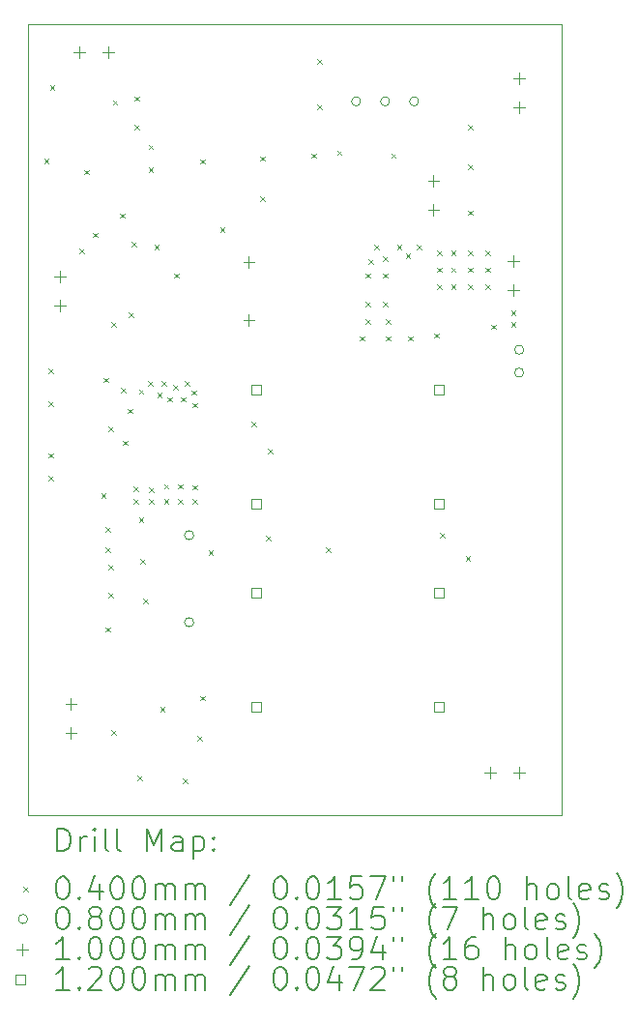
<source format=gbr>
%TF.GenerationSoftware,KiCad,Pcbnew,7.0.10*%
%TF.CreationDate,2024-04-06T15:54:39-07:00*%
%TF.ProjectId,powerAmp,706f7765-7241-46d7-902e-6b696361645f,rev?*%
%TF.SameCoordinates,Original*%
%TF.FileFunction,Drillmap*%
%TF.FilePolarity,Positive*%
%FSLAX45Y45*%
G04 Gerber Fmt 4.5, Leading zero omitted, Abs format (unit mm)*
G04 Created by KiCad (PCBNEW 7.0.10) date 2024-04-06 15:54:39*
%MOMM*%
%LPD*%
G01*
G04 APERTURE LIST*
%ADD10C,0.100000*%
%ADD11C,0.200000*%
%ADD12C,0.120000*%
G04 APERTURE END LIST*
D10*
X6540500Y-6600500D02*
X11215500Y-6600500D01*
X11215500Y-13525500D01*
X6540500Y-13525500D01*
X6540500Y-6600500D01*
D11*
D10*
X6680500Y-7775500D02*
X6720500Y-7815500D01*
X6720500Y-7775500D02*
X6680500Y-7815500D01*
X6720500Y-9615500D02*
X6760500Y-9655500D01*
X6760500Y-9615500D02*
X6720500Y-9655500D01*
X6720500Y-9905500D02*
X6760500Y-9945500D01*
X6760500Y-9905500D02*
X6720500Y-9945500D01*
X6720500Y-10355500D02*
X6760500Y-10395500D01*
X6760500Y-10355500D02*
X6720500Y-10395500D01*
X6720500Y-10555500D02*
X6760500Y-10595500D01*
X6760500Y-10555500D02*
X6720500Y-10595500D01*
X6730500Y-7135500D02*
X6770500Y-7175500D01*
X6770500Y-7135500D02*
X6730500Y-7175500D01*
X6990500Y-8565500D02*
X7030500Y-8605500D01*
X7030500Y-8565500D02*
X6990500Y-8605500D01*
X7030500Y-7875500D02*
X7070500Y-7915500D01*
X7070500Y-7875500D02*
X7030500Y-7915500D01*
X7110500Y-8425500D02*
X7150500Y-8465500D01*
X7150500Y-8425500D02*
X7110500Y-8465500D01*
X7180500Y-10705500D02*
X7220500Y-10745500D01*
X7220500Y-10705500D02*
X7180500Y-10745500D01*
X7200500Y-9695500D02*
X7240500Y-9735500D01*
X7240500Y-9695500D02*
X7200500Y-9735500D01*
X7220500Y-11005500D02*
X7260500Y-11045500D01*
X7260500Y-11005500D02*
X7220500Y-11045500D01*
X7220500Y-11180500D02*
X7260500Y-11220500D01*
X7260500Y-11180500D02*
X7220500Y-11220500D01*
X7220500Y-11880500D02*
X7260500Y-11920500D01*
X7260500Y-11880500D02*
X7220500Y-11920500D01*
X7240500Y-10125500D02*
X7280500Y-10165500D01*
X7280500Y-10125500D02*
X7240500Y-10165500D01*
X7245500Y-11330500D02*
X7285500Y-11370500D01*
X7285500Y-11330500D02*
X7245500Y-11370500D01*
X7245500Y-11580500D02*
X7285500Y-11620500D01*
X7285500Y-11580500D02*
X7245500Y-11620500D01*
X7270500Y-9205500D02*
X7310500Y-9245500D01*
X7310500Y-9205500D02*
X7270500Y-9245500D01*
X7270500Y-12780500D02*
X7310500Y-12820500D01*
X7310500Y-12780500D02*
X7270500Y-12820500D01*
X7280500Y-7265500D02*
X7320500Y-7305500D01*
X7320500Y-7265500D02*
X7280500Y-7305500D01*
X7345500Y-8255500D02*
X7385500Y-8295500D01*
X7385500Y-8255500D02*
X7345500Y-8295500D01*
X7350500Y-9785500D02*
X7390500Y-9825500D01*
X7390500Y-9785500D02*
X7350500Y-9825500D01*
X7370500Y-10245500D02*
X7410500Y-10285500D01*
X7410500Y-10245500D02*
X7370500Y-10285500D01*
X7410500Y-9965500D02*
X7450500Y-10005500D01*
X7450500Y-9965500D02*
X7410500Y-10005500D01*
X7420500Y-9125500D02*
X7460500Y-9165500D01*
X7460500Y-9125500D02*
X7420500Y-9165500D01*
X7445500Y-8505500D02*
X7485500Y-8545500D01*
X7485500Y-8505500D02*
X7445500Y-8545500D01*
X7460500Y-10645500D02*
X7500500Y-10685500D01*
X7500500Y-10645500D02*
X7460500Y-10685500D01*
X7460500Y-10755500D02*
X7500500Y-10795500D01*
X7500500Y-10755500D02*
X7460500Y-10795500D01*
X7470500Y-7230500D02*
X7510500Y-7270500D01*
X7510500Y-7230500D02*
X7470500Y-7270500D01*
X7470500Y-7480500D02*
X7510500Y-7520500D01*
X7510500Y-7480500D02*
X7470500Y-7520500D01*
X7495500Y-13180500D02*
X7535500Y-13220500D01*
X7535500Y-13180500D02*
X7495500Y-13220500D01*
X7510500Y-9795500D02*
X7550500Y-9835500D01*
X7550500Y-9795500D02*
X7510500Y-9835500D01*
X7510500Y-10915500D02*
X7550500Y-10955500D01*
X7550500Y-10915500D02*
X7510500Y-10955500D01*
X7520500Y-11280500D02*
X7560500Y-11320500D01*
X7560500Y-11280500D02*
X7520500Y-11320500D01*
X7545500Y-11630500D02*
X7585500Y-11670500D01*
X7585500Y-11630500D02*
X7545500Y-11670500D01*
X7590500Y-9725500D02*
X7630500Y-9765500D01*
X7630500Y-9725500D02*
X7590500Y-9765500D01*
X7595500Y-7655500D02*
X7635500Y-7695500D01*
X7635500Y-7655500D02*
X7595500Y-7695500D01*
X7595500Y-7855500D02*
X7635500Y-7895500D01*
X7635500Y-7855500D02*
X7595500Y-7895500D01*
X7600500Y-10655500D02*
X7640500Y-10695500D01*
X7640500Y-10655500D02*
X7600500Y-10695500D01*
X7600500Y-10755500D02*
X7640500Y-10795500D01*
X7640500Y-10755500D02*
X7600500Y-10795500D01*
X7645500Y-8530500D02*
X7685500Y-8570500D01*
X7685500Y-8530500D02*
X7645500Y-8570500D01*
X7670500Y-9825500D02*
X7710500Y-9865500D01*
X7710500Y-9825500D02*
X7670500Y-9865500D01*
X7695500Y-12580500D02*
X7735500Y-12620500D01*
X7735500Y-12580500D02*
X7695500Y-12620500D01*
X7710500Y-9725500D02*
X7750500Y-9765500D01*
X7750500Y-9725500D02*
X7710500Y-9765500D01*
X7730500Y-10625500D02*
X7770500Y-10665500D01*
X7770500Y-10625500D02*
X7730500Y-10665500D01*
X7730500Y-10755500D02*
X7770500Y-10795500D01*
X7770500Y-10755500D02*
X7730500Y-10795500D01*
X7760500Y-9865500D02*
X7800500Y-9905500D01*
X7800500Y-9865500D02*
X7760500Y-9905500D01*
X7810500Y-9755500D02*
X7850500Y-9795500D01*
X7850500Y-9755500D02*
X7810500Y-9795500D01*
X7820500Y-8780500D02*
X7860500Y-8820500D01*
X7860500Y-8780500D02*
X7820500Y-8820500D01*
X7850500Y-10625500D02*
X7890500Y-10665500D01*
X7890500Y-10625500D02*
X7850500Y-10665500D01*
X7850500Y-10755500D02*
X7890500Y-10795500D01*
X7890500Y-10755500D02*
X7850500Y-10795500D01*
X7880500Y-9865500D02*
X7920500Y-9905500D01*
X7920500Y-9865500D02*
X7880500Y-9905500D01*
X7895500Y-13205500D02*
X7935500Y-13245500D01*
X7935500Y-13205500D02*
X7895500Y-13245500D01*
X7910500Y-9725500D02*
X7950500Y-9765500D01*
X7950500Y-9725500D02*
X7910500Y-9765500D01*
X7970500Y-9805500D02*
X8010500Y-9845500D01*
X8010500Y-9805500D02*
X7970500Y-9845500D01*
X7980500Y-9915500D02*
X8020500Y-9955500D01*
X8020500Y-9915500D02*
X7980500Y-9955500D01*
X7980500Y-10635500D02*
X8020500Y-10675500D01*
X8020500Y-10635500D02*
X7980500Y-10675500D01*
X7980500Y-10755500D02*
X8020500Y-10795500D01*
X8020500Y-10755500D02*
X7980500Y-10795500D01*
X8020500Y-12830500D02*
X8060500Y-12870500D01*
X8060500Y-12830500D02*
X8020500Y-12870500D01*
X8045500Y-7780500D02*
X8085500Y-7820500D01*
X8085500Y-7780500D02*
X8045500Y-7820500D01*
X8045500Y-12480500D02*
X8085500Y-12520500D01*
X8085500Y-12480500D02*
X8045500Y-12520500D01*
X8120500Y-11205500D02*
X8160500Y-11245500D01*
X8160500Y-11205500D02*
X8120500Y-11245500D01*
X8220500Y-8380500D02*
X8260500Y-8420500D01*
X8260500Y-8380500D02*
X8220500Y-8420500D01*
X8495500Y-10080500D02*
X8535500Y-10120500D01*
X8535500Y-10080500D02*
X8495500Y-10120500D01*
X8570500Y-7755500D02*
X8610500Y-7795500D01*
X8610500Y-7755500D02*
X8570500Y-7795500D01*
X8570500Y-8105500D02*
X8610500Y-8145500D01*
X8610500Y-8105500D02*
X8570500Y-8145500D01*
X8620500Y-11080500D02*
X8660500Y-11120500D01*
X8660500Y-11080500D02*
X8620500Y-11120500D01*
X8640500Y-10315500D02*
X8680500Y-10355500D01*
X8680500Y-10315500D02*
X8640500Y-10355500D01*
X9020500Y-7730500D02*
X9060500Y-7770500D01*
X9060500Y-7730500D02*
X9020500Y-7770500D01*
X9070500Y-6905500D02*
X9110500Y-6945500D01*
X9110500Y-6905500D02*
X9070500Y-6945500D01*
X9070500Y-7305500D02*
X9110500Y-7345500D01*
X9110500Y-7305500D02*
X9070500Y-7345500D01*
X9145500Y-11180500D02*
X9185500Y-11220500D01*
X9185500Y-11180500D02*
X9145500Y-11220500D01*
X9245500Y-7705500D02*
X9285500Y-7745500D01*
X9285500Y-7705500D02*
X9245500Y-7745500D01*
X9445500Y-9330500D02*
X9485500Y-9370500D01*
X9485500Y-9330500D02*
X9445500Y-9370500D01*
X9495500Y-8780500D02*
X9535500Y-8820500D01*
X9535500Y-8780500D02*
X9495500Y-8820500D01*
X9495500Y-9030500D02*
X9535500Y-9070500D01*
X9535500Y-9030500D02*
X9495500Y-9070500D01*
X9495500Y-9180500D02*
X9535500Y-9220500D01*
X9535500Y-9180500D02*
X9495500Y-9220500D01*
X9520500Y-8655500D02*
X9560500Y-8695500D01*
X9560500Y-8655500D02*
X9520500Y-8695500D01*
X9570500Y-8530500D02*
X9610500Y-8570500D01*
X9610500Y-8530500D02*
X9570500Y-8570500D01*
X9645500Y-8630500D02*
X9685500Y-8670500D01*
X9685500Y-8630500D02*
X9645500Y-8670500D01*
X9645500Y-8780500D02*
X9685500Y-8820500D01*
X9685500Y-8780500D02*
X9645500Y-8820500D01*
X9645500Y-9030500D02*
X9685500Y-9070500D01*
X9685500Y-9030500D02*
X9645500Y-9070500D01*
X9670500Y-9180500D02*
X9710500Y-9220500D01*
X9710500Y-9180500D02*
X9670500Y-9220500D01*
X9670500Y-9330500D02*
X9710500Y-9370500D01*
X9710500Y-9330500D02*
X9670500Y-9370500D01*
X9720500Y-7730500D02*
X9760500Y-7770500D01*
X9760500Y-7730500D02*
X9720500Y-7770500D01*
X9770500Y-8530500D02*
X9810500Y-8570500D01*
X9810500Y-8530500D02*
X9770500Y-8570500D01*
X9845500Y-8605500D02*
X9885500Y-8645500D01*
X9885500Y-8605500D02*
X9845500Y-8645500D01*
X9870500Y-9330500D02*
X9910500Y-9370500D01*
X9910500Y-9330500D02*
X9870500Y-9370500D01*
X9945500Y-8530500D02*
X9985500Y-8570500D01*
X9985500Y-8530500D02*
X9945500Y-8570500D01*
X10095500Y-9305500D02*
X10135500Y-9345500D01*
X10135500Y-9305500D02*
X10095500Y-9345500D01*
X10120500Y-8580500D02*
X10160500Y-8620500D01*
X10160500Y-8580500D02*
X10120500Y-8620500D01*
X10120500Y-8730500D02*
X10160500Y-8770500D01*
X10160500Y-8730500D02*
X10120500Y-8770500D01*
X10120500Y-8880500D02*
X10160500Y-8920500D01*
X10160500Y-8880500D02*
X10120500Y-8920500D01*
X10145500Y-11055500D02*
X10185500Y-11095500D01*
X10185500Y-11055500D02*
X10145500Y-11095500D01*
X10245500Y-8580500D02*
X10285500Y-8620500D01*
X10285500Y-8580500D02*
X10245500Y-8620500D01*
X10245500Y-8730500D02*
X10285500Y-8770500D01*
X10285500Y-8730500D02*
X10245500Y-8770500D01*
X10245500Y-8880500D02*
X10285500Y-8920500D01*
X10285500Y-8880500D02*
X10245500Y-8920500D01*
X10370500Y-11255500D02*
X10410500Y-11295500D01*
X10410500Y-11255500D02*
X10370500Y-11295500D01*
X10395500Y-7480500D02*
X10435500Y-7520500D01*
X10435500Y-7480500D02*
X10395500Y-7520500D01*
X10395500Y-7830500D02*
X10435500Y-7870500D01*
X10435500Y-7830500D02*
X10395500Y-7870500D01*
X10395500Y-8230500D02*
X10435500Y-8270500D01*
X10435500Y-8230500D02*
X10395500Y-8270500D01*
X10395500Y-8580500D02*
X10435500Y-8620500D01*
X10435500Y-8580500D02*
X10395500Y-8620500D01*
X10395500Y-8730500D02*
X10435500Y-8770500D01*
X10435500Y-8730500D02*
X10395500Y-8770500D01*
X10395500Y-8880500D02*
X10435500Y-8920500D01*
X10435500Y-8880500D02*
X10395500Y-8920500D01*
X10545500Y-8580500D02*
X10585500Y-8620500D01*
X10585500Y-8580500D02*
X10545500Y-8620500D01*
X10545500Y-8730500D02*
X10585500Y-8770500D01*
X10585500Y-8730500D02*
X10545500Y-8770500D01*
X10545500Y-8880500D02*
X10585500Y-8920500D01*
X10585500Y-8880500D02*
X10545500Y-8920500D01*
X10595500Y-9230500D02*
X10635500Y-9270500D01*
X10635500Y-9230500D02*
X10595500Y-9270500D01*
X10770500Y-9105500D02*
X10810500Y-9145500D01*
X10810500Y-9105500D02*
X10770500Y-9145500D01*
X10770500Y-9205500D02*
X10810500Y-9245500D01*
X10810500Y-9205500D02*
X10770500Y-9245500D01*
X7990500Y-11074500D02*
G75*
G03*
X7910500Y-11074500I-40000J0D01*
G01*
X7910500Y-11074500D02*
G75*
G03*
X7990500Y-11074500I40000J0D01*
G01*
X7990500Y-11836500D02*
G75*
G03*
X7910500Y-11836500I-40000J0D01*
G01*
X7910500Y-11836500D02*
G75*
G03*
X7990500Y-11836500I40000J0D01*
G01*
X9452500Y-7275500D02*
G75*
G03*
X9372500Y-7275500I-40000J0D01*
G01*
X9372500Y-7275500D02*
G75*
G03*
X9452500Y-7275500I40000J0D01*
G01*
X9706500Y-7275500D02*
G75*
G03*
X9626500Y-7275500I-40000J0D01*
G01*
X9626500Y-7275500D02*
G75*
G03*
X9706500Y-7275500I40000J0D01*
G01*
X9960500Y-7275500D02*
G75*
G03*
X9880500Y-7275500I-40000J0D01*
G01*
X9880500Y-7275500D02*
G75*
G03*
X9960500Y-7275500I40000J0D01*
G01*
X10880500Y-9450500D02*
G75*
G03*
X10800500Y-9450500I-40000J0D01*
G01*
X10800500Y-9450500D02*
G75*
G03*
X10880500Y-9450500I40000J0D01*
G01*
X10880500Y-9650500D02*
G75*
G03*
X10800500Y-9650500I-40000J0D01*
G01*
X10800500Y-9650500D02*
G75*
G03*
X10880500Y-9650500I40000J0D01*
G01*
X6820500Y-8759000D02*
X6820500Y-8859000D01*
X6770500Y-8809000D02*
X6870500Y-8809000D01*
X6820500Y-9013000D02*
X6820500Y-9113000D01*
X6770500Y-9063000D02*
X6870500Y-9063000D01*
X6915500Y-12500500D02*
X6915500Y-12600500D01*
X6865500Y-12550500D02*
X6965500Y-12550500D01*
X6915500Y-12754500D02*
X6915500Y-12854500D01*
X6865500Y-12804500D02*
X6965500Y-12804500D01*
X6990500Y-6795500D02*
X6990500Y-6895500D01*
X6940500Y-6845500D02*
X7040500Y-6845500D01*
X7244500Y-6795500D02*
X7244500Y-6895500D01*
X7194500Y-6845500D02*
X7294500Y-6845500D01*
X8473440Y-8634260D02*
X8473440Y-8734260D01*
X8423440Y-8684260D02*
X8523440Y-8684260D01*
X8473440Y-9142260D02*
X8473440Y-9242260D01*
X8423440Y-9192260D02*
X8523440Y-9192260D01*
X10090500Y-7923000D02*
X10090500Y-8023000D01*
X10040500Y-7973000D02*
X10140500Y-7973000D01*
X10090500Y-8177000D02*
X10090500Y-8277000D01*
X10040500Y-8227000D02*
X10140500Y-8227000D01*
X10588000Y-13100500D02*
X10588000Y-13200500D01*
X10538000Y-13150500D02*
X10638000Y-13150500D01*
X10790500Y-8624000D02*
X10790500Y-8724000D01*
X10740500Y-8674000D02*
X10840500Y-8674000D01*
X10790500Y-8878000D02*
X10790500Y-8978000D01*
X10740500Y-8928000D02*
X10840500Y-8928000D01*
X10840500Y-7023000D02*
X10840500Y-7123000D01*
X10790500Y-7073000D02*
X10890500Y-7073000D01*
X10840500Y-7277000D02*
X10840500Y-7377000D01*
X10790500Y-7327000D02*
X10890500Y-7327000D01*
X10842000Y-13100500D02*
X10842000Y-13200500D01*
X10792000Y-13150500D02*
X10892000Y-13150500D01*
D12*
X8582927Y-9842927D02*
X8582927Y-9758073D01*
X8498073Y-9758073D01*
X8498073Y-9842927D01*
X8582927Y-9842927D01*
X8582927Y-10842927D02*
X8582927Y-10758073D01*
X8498073Y-10758073D01*
X8498073Y-10842927D01*
X8582927Y-10842927D01*
X8582927Y-11617927D02*
X8582927Y-11533073D01*
X8498073Y-11533073D01*
X8498073Y-11617927D01*
X8582927Y-11617927D01*
X8582927Y-12617927D02*
X8582927Y-12533073D01*
X8498073Y-12533073D01*
X8498073Y-12617927D01*
X8582927Y-12617927D01*
X10182927Y-9842927D02*
X10182927Y-9758073D01*
X10098073Y-9758073D01*
X10098073Y-9842927D01*
X10182927Y-9842927D01*
X10182927Y-10842927D02*
X10182927Y-10758073D01*
X10098073Y-10758073D01*
X10098073Y-10842927D01*
X10182927Y-10842927D01*
X10182927Y-11617927D02*
X10182927Y-11533073D01*
X10098073Y-11533073D01*
X10098073Y-11617927D01*
X10182927Y-11617927D01*
X10182927Y-12617927D02*
X10182927Y-12533073D01*
X10098073Y-12533073D01*
X10098073Y-12617927D01*
X10182927Y-12617927D01*
D11*
X6796277Y-13841984D02*
X6796277Y-13641984D01*
X6796277Y-13641984D02*
X6843896Y-13641984D01*
X6843896Y-13641984D02*
X6872467Y-13651508D01*
X6872467Y-13651508D02*
X6891515Y-13670555D01*
X6891515Y-13670555D02*
X6901039Y-13689603D01*
X6901039Y-13689603D02*
X6910562Y-13727698D01*
X6910562Y-13727698D02*
X6910562Y-13756269D01*
X6910562Y-13756269D02*
X6901039Y-13794365D01*
X6901039Y-13794365D02*
X6891515Y-13813412D01*
X6891515Y-13813412D02*
X6872467Y-13832460D01*
X6872467Y-13832460D02*
X6843896Y-13841984D01*
X6843896Y-13841984D02*
X6796277Y-13841984D01*
X6996277Y-13841984D02*
X6996277Y-13708650D01*
X6996277Y-13746746D02*
X7005801Y-13727698D01*
X7005801Y-13727698D02*
X7015324Y-13718174D01*
X7015324Y-13718174D02*
X7034372Y-13708650D01*
X7034372Y-13708650D02*
X7053420Y-13708650D01*
X7120086Y-13841984D02*
X7120086Y-13708650D01*
X7120086Y-13641984D02*
X7110562Y-13651508D01*
X7110562Y-13651508D02*
X7120086Y-13661031D01*
X7120086Y-13661031D02*
X7129610Y-13651508D01*
X7129610Y-13651508D02*
X7120086Y-13641984D01*
X7120086Y-13641984D02*
X7120086Y-13661031D01*
X7243896Y-13841984D02*
X7224848Y-13832460D01*
X7224848Y-13832460D02*
X7215324Y-13813412D01*
X7215324Y-13813412D02*
X7215324Y-13641984D01*
X7348658Y-13841984D02*
X7329610Y-13832460D01*
X7329610Y-13832460D02*
X7320086Y-13813412D01*
X7320086Y-13813412D02*
X7320086Y-13641984D01*
X7577229Y-13841984D02*
X7577229Y-13641984D01*
X7577229Y-13641984D02*
X7643896Y-13784841D01*
X7643896Y-13784841D02*
X7710562Y-13641984D01*
X7710562Y-13641984D02*
X7710562Y-13841984D01*
X7891515Y-13841984D02*
X7891515Y-13737222D01*
X7891515Y-13737222D02*
X7881991Y-13718174D01*
X7881991Y-13718174D02*
X7862943Y-13708650D01*
X7862943Y-13708650D02*
X7824848Y-13708650D01*
X7824848Y-13708650D02*
X7805801Y-13718174D01*
X7891515Y-13832460D02*
X7872467Y-13841984D01*
X7872467Y-13841984D02*
X7824848Y-13841984D01*
X7824848Y-13841984D02*
X7805801Y-13832460D01*
X7805801Y-13832460D02*
X7796277Y-13813412D01*
X7796277Y-13813412D02*
X7796277Y-13794365D01*
X7796277Y-13794365D02*
X7805801Y-13775317D01*
X7805801Y-13775317D02*
X7824848Y-13765793D01*
X7824848Y-13765793D02*
X7872467Y-13765793D01*
X7872467Y-13765793D02*
X7891515Y-13756269D01*
X7986753Y-13708650D02*
X7986753Y-13908650D01*
X7986753Y-13718174D02*
X8005801Y-13708650D01*
X8005801Y-13708650D02*
X8043896Y-13708650D01*
X8043896Y-13708650D02*
X8062943Y-13718174D01*
X8062943Y-13718174D02*
X8072467Y-13727698D01*
X8072467Y-13727698D02*
X8081991Y-13746746D01*
X8081991Y-13746746D02*
X8081991Y-13803888D01*
X8081991Y-13803888D02*
X8072467Y-13822936D01*
X8072467Y-13822936D02*
X8062943Y-13832460D01*
X8062943Y-13832460D02*
X8043896Y-13841984D01*
X8043896Y-13841984D02*
X8005801Y-13841984D01*
X8005801Y-13841984D02*
X7986753Y-13832460D01*
X8167705Y-13822936D02*
X8177229Y-13832460D01*
X8177229Y-13832460D02*
X8167705Y-13841984D01*
X8167705Y-13841984D02*
X8158182Y-13832460D01*
X8158182Y-13832460D02*
X8167705Y-13822936D01*
X8167705Y-13822936D02*
X8167705Y-13841984D01*
X8167705Y-13718174D02*
X8177229Y-13727698D01*
X8177229Y-13727698D02*
X8167705Y-13737222D01*
X8167705Y-13737222D02*
X8158182Y-13727698D01*
X8158182Y-13727698D02*
X8167705Y-13718174D01*
X8167705Y-13718174D02*
X8167705Y-13737222D01*
D10*
X6495500Y-14150500D02*
X6535500Y-14190500D01*
X6535500Y-14150500D02*
X6495500Y-14190500D01*
D11*
X6834372Y-14061984D02*
X6853420Y-14061984D01*
X6853420Y-14061984D02*
X6872467Y-14071508D01*
X6872467Y-14071508D02*
X6881991Y-14081031D01*
X6881991Y-14081031D02*
X6891515Y-14100079D01*
X6891515Y-14100079D02*
X6901039Y-14138174D01*
X6901039Y-14138174D02*
X6901039Y-14185793D01*
X6901039Y-14185793D02*
X6891515Y-14223888D01*
X6891515Y-14223888D02*
X6881991Y-14242936D01*
X6881991Y-14242936D02*
X6872467Y-14252460D01*
X6872467Y-14252460D02*
X6853420Y-14261984D01*
X6853420Y-14261984D02*
X6834372Y-14261984D01*
X6834372Y-14261984D02*
X6815324Y-14252460D01*
X6815324Y-14252460D02*
X6805801Y-14242936D01*
X6805801Y-14242936D02*
X6796277Y-14223888D01*
X6796277Y-14223888D02*
X6786753Y-14185793D01*
X6786753Y-14185793D02*
X6786753Y-14138174D01*
X6786753Y-14138174D02*
X6796277Y-14100079D01*
X6796277Y-14100079D02*
X6805801Y-14081031D01*
X6805801Y-14081031D02*
X6815324Y-14071508D01*
X6815324Y-14071508D02*
X6834372Y-14061984D01*
X6986753Y-14242936D02*
X6996277Y-14252460D01*
X6996277Y-14252460D02*
X6986753Y-14261984D01*
X6986753Y-14261984D02*
X6977229Y-14252460D01*
X6977229Y-14252460D02*
X6986753Y-14242936D01*
X6986753Y-14242936D02*
X6986753Y-14261984D01*
X7167705Y-14128650D02*
X7167705Y-14261984D01*
X7120086Y-14052460D02*
X7072467Y-14195317D01*
X7072467Y-14195317D02*
X7196277Y-14195317D01*
X7310562Y-14061984D02*
X7329610Y-14061984D01*
X7329610Y-14061984D02*
X7348658Y-14071508D01*
X7348658Y-14071508D02*
X7358182Y-14081031D01*
X7358182Y-14081031D02*
X7367705Y-14100079D01*
X7367705Y-14100079D02*
X7377229Y-14138174D01*
X7377229Y-14138174D02*
X7377229Y-14185793D01*
X7377229Y-14185793D02*
X7367705Y-14223888D01*
X7367705Y-14223888D02*
X7358182Y-14242936D01*
X7358182Y-14242936D02*
X7348658Y-14252460D01*
X7348658Y-14252460D02*
X7329610Y-14261984D01*
X7329610Y-14261984D02*
X7310562Y-14261984D01*
X7310562Y-14261984D02*
X7291515Y-14252460D01*
X7291515Y-14252460D02*
X7281991Y-14242936D01*
X7281991Y-14242936D02*
X7272467Y-14223888D01*
X7272467Y-14223888D02*
X7262943Y-14185793D01*
X7262943Y-14185793D02*
X7262943Y-14138174D01*
X7262943Y-14138174D02*
X7272467Y-14100079D01*
X7272467Y-14100079D02*
X7281991Y-14081031D01*
X7281991Y-14081031D02*
X7291515Y-14071508D01*
X7291515Y-14071508D02*
X7310562Y-14061984D01*
X7501039Y-14061984D02*
X7520086Y-14061984D01*
X7520086Y-14061984D02*
X7539134Y-14071508D01*
X7539134Y-14071508D02*
X7548658Y-14081031D01*
X7548658Y-14081031D02*
X7558182Y-14100079D01*
X7558182Y-14100079D02*
X7567705Y-14138174D01*
X7567705Y-14138174D02*
X7567705Y-14185793D01*
X7567705Y-14185793D02*
X7558182Y-14223888D01*
X7558182Y-14223888D02*
X7548658Y-14242936D01*
X7548658Y-14242936D02*
X7539134Y-14252460D01*
X7539134Y-14252460D02*
X7520086Y-14261984D01*
X7520086Y-14261984D02*
X7501039Y-14261984D01*
X7501039Y-14261984D02*
X7481991Y-14252460D01*
X7481991Y-14252460D02*
X7472467Y-14242936D01*
X7472467Y-14242936D02*
X7462943Y-14223888D01*
X7462943Y-14223888D02*
X7453420Y-14185793D01*
X7453420Y-14185793D02*
X7453420Y-14138174D01*
X7453420Y-14138174D02*
X7462943Y-14100079D01*
X7462943Y-14100079D02*
X7472467Y-14081031D01*
X7472467Y-14081031D02*
X7481991Y-14071508D01*
X7481991Y-14071508D02*
X7501039Y-14061984D01*
X7653420Y-14261984D02*
X7653420Y-14128650D01*
X7653420Y-14147698D02*
X7662943Y-14138174D01*
X7662943Y-14138174D02*
X7681991Y-14128650D01*
X7681991Y-14128650D02*
X7710563Y-14128650D01*
X7710563Y-14128650D02*
X7729610Y-14138174D01*
X7729610Y-14138174D02*
X7739134Y-14157222D01*
X7739134Y-14157222D02*
X7739134Y-14261984D01*
X7739134Y-14157222D02*
X7748658Y-14138174D01*
X7748658Y-14138174D02*
X7767705Y-14128650D01*
X7767705Y-14128650D02*
X7796277Y-14128650D01*
X7796277Y-14128650D02*
X7815324Y-14138174D01*
X7815324Y-14138174D02*
X7824848Y-14157222D01*
X7824848Y-14157222D02*
X7824848Y-14261984D01*
X7920086Y-14261984D02*
X7920086Y-14128650D01*
X7920086Y-14147698D02*
X7929610Y-14138174D01*
X7929610Y-14138174D02*
X7948658Y-14128650D01*
X7948658Y-14128650D02*
X7977229Y-14128650D01*
X7977229Y-14128650D02*
X7996277Y-14138174D01*
X7996277Y-14138174D02*
X8005801Y-14157222D01*
X8005801Y-14157222D02*
X8005801Y-14261984D01*
X8005801Y-14157222D02*
X8015324Y-14138174D01*
X8015324Y-14138174D02*
X8034372Y-14128650D01*
X8034372Y-14128650D02*
X8062943Y-14128650D01*
X8062943Y-14128650D02*
X8081991Y-14138174D01*
X8081991Y-14138174D02*
X8091515Y-14157222D01*
X8091515Y-14157222D02*
X8091515Y-14261984D01*
X8481991Y-14052460D02*
X8310563Y-14309603D01*
X8739134Y-14061984D02*
X8758182Y-14061984D01*
X8758182Y-14061984D02*
X8777229Y-14071508D01*
X8777229Y-14071508D02*
X8786753Y-14081031D01*
X8786753Y-14081031D02*
X8796277Y-14100079D01*
X8796277Y-14100079D02*
X8805801Y-14138174D01*
X8805801Y-14138174D02*
X8805801Y-14185793D01*
X8805801Y-14185793D02*
X8796277Y-14223888D01*
X8796277Y-14223888D02*
X8786753Y-14242936D01*
X8786753Y-14242936D02*
X8777229Y-14252460D01*
X8777229Y-14252460D02*
X8758182Y-14261984D01*
X8758182Y-14261984D02*
X8739134Y-14261984D01*
X8739134Y-14261984D02*
X8720087Y-14252460D01*
X8720087Y-14252460D02*
X8710563Y-14242936D01*
X8710563Y-14242936D02*
X8701039Y-14223888D01*
X8701039Y-14223888D02*
X8691515Y-14185793D01*
X8691515Y-14185793D02*
X8691515Y-14138174D01*
X8691515Y-14138174D02*
X8701039Y-14100079D01*
X8701039Y-14100079D02*
X8710563Y-14081031D01*
X8710563Y-14081031D02*
X8720087Y-14071508D01*
X8720087Y-14071508D02*
X8739134Y-14061984D01*
X8891515Y-14242936D02*
X8901039Y-14252460D01*
X8901039Y-14252460D02*
X8891515Y-14261984D01*
X8891515Y-14261984D02*
X8881991Y-14252460D01*
X8881991Y-14252460D02*
X8891515Y-14242936D01*
X8891515Y-14242936D02*
X8891515Y-14261984D01*
X9024848Y-14061984D02*
X9043896Y-14061984D01*
X9043896Y-14061984D02*
X9062944Y-14071508D01*
X9062944Y-14071508D02*
X9072468Y-14081031D01*
X9072468Y-14081031D02*
X9081991Y-14100079D01*
X9081991Y-14100079D02*
X9091515Y-14138174D01*
X9091515Y-14138174D02*
X9091515Y-14185793D01*
X9091515Y-14185793D02*
X9081991Y-14223888D01*
X9081991Y-14223888D02*
X9072468Y-14242936D01*
X9072468Y-14242936D02*
X9062944Y-14252460D01*
X9062944Y-14252460D02*
X9043896Y-14261984D01*
X9043896Y-14261984D02*
X9024848Y-14261984D01*
X9024848Y-14261984D02*
X9005801Y-14252460D01*
X9005801Y-14252460D02*
X8996277Y-14242936D01*
X8996277Y-14242936D02*
X8986753Y-14223888D01*
X8986753Y-14223888D02*
X8977229Y-14185793D01*
X8977229Y-14185793D02*
X8977229Y-14138174D01*
X8977229Y-14138174D02*
X8986753Y-14100079D01*
X8986753Y-14100079D02*
X8996277Y-14081031D01*
X8996277Y-14081031D02*
X9005801Y-14071508D01*
X9005801Y-14071508D02*
X9024848Y-14061984D01*
X9281991Y-14261984D02*
X9167706Y-14261984D01*
X9224848Y-14261984D02*
X9224848Y-14061984D01*
X9224848Y-14061984D02*
X9205801Y-14090555D01*
X9205801Y-14090555D02*
X9186753Y-14109603D01*
X9186753Y-14109603D02*
X9167706Y-14119127D01*
X9462944Y-14061984D02*
X9367706Y-14061984D01*
X9367706Y-14061984D02*
X9358182Y-14157222D01*
X9358182Y-14157222D02*
X9367706Y-14147698D01*
X9367706Y-14147698D02*
X9386753Y-14138174D01*
X9386753Y-14138174D02*
X9434372Y-14138174D01*
X9434372Y-14138174D02*
X9453420Y-14147698D01*
X9453420Y-14147698D02*
X9462944Y-14157222D01*
X9462944Y-14157222D02*
X9472468Y-14176269D01*
X9472468Y-14176269D02*
X9472468Y-14223888D01*
X9472468Y-14223888D02*
X9462944Y-14242936D01*
X9462944Y-14242936D02*
X9453420Y-14252460D01*
X9453420Y-14252460D02*
X9434372Y-14261984D01*
X9434372Y-14261984D02*
X9386753Y-14261984D01*
X9386753Y-14261984D02*
X9367706Y-14252460D01*
X9367706Y-14252460D02*
X9358182Y-14242936D01*
X9539134Y-14061984D02*
X9672468Y-14061984D01*
X9672468Y-14061984D02*
X9586753Y-14261984D01*
X9739134Y-14061984D02*
X9739134Y-14100079D01*
X9815325Y-14061984D02*
X9815325Y-14100079D01*
X10110563Y-14338174D02*
X10101039Y-14328650D01*
X10101039Y-14328650D02*
X10081991Y-14300079D01*
X10081991Y-14300079D02*
X10072468Y-14281031D01*
X10072468Y-14281031D02*
X10062944Y-14252460D01*
X10062944Y-14252460D02*
X10053420Y-14204841D01*
X10053420Y-14204841D02*
X10053420Y-14166746D01*
X10053420Y-14166746D02*
X10062944Y-14119127D01*
X10062944Y-14119127D02*
X10072468Y-14090555D01*
X10072468Y-14090555D02*
X10081991Y-14071508D01*
X10081991Y-14071508D02*
X10101039Y-14042936D01*
X10101039Y-14042936D02*
X10110563Y-14033412D01*
X10291515Y-14261984D02*
X10177230Y-14261984D01*
X10234372Y-14261984D02*
X10234372Y-14061984D01*
X10234372Y-14061984D02*
X10215325Y-14090555D01*
X10215325Y-14090555D02*
X10196277Y-14109603D01*
X10196277Y-14109603D02*
X10177230Y-14119127D01*
X10481991Y-14261984D02*
X10367706Y-14261984D01*
X10424849Y-14261984D02*
X10424849Y-14061984D01*
X10424849Y-14061984D02*
X10405801Y-14090555D01*
X10405801Y-14090555D02*
X10386753Y-14109603D01*
X10386753Y-14109603D02*
X10367706Y-14119127D01*
X10605801Y-14061984D02*
X10624849Y-14061984D01*
X10624849Y-14061984D02*
X10643896Y-14071508D01*
X10643896Y-14071508D02*
X10653420Y-14081031D01*
X10653420Y-14081031D02*
X10662944Y-14100079D01*
X10662944Y-14100079D02*
X10672468Y-14138174D01*
X10672468Y-14138174D02*
X10672468Y-14185793D01*
X10672468Y-14185793D02*
X10662944Y-14223888D01*
X10662944Y-14223888D02*
X10653420Y-14242936D01*
X10653420Y-14242936D02*
X10643896Y-14252460D01*
X10643896Y-14252460D02*
X10624849Y-14261984D01*
X10624849Y-14261984D02*
X10605801Y-14261984D01*
X10605801Y-14261984D02*
X10586753Y-14252460D01*
X10586753Y-14252460D02*
X10577230Y-14242936D01*
X10577230Y-14242936D02*
X10567706Y-14223888D01*
X10567706Y-14223888D02*
X10558182Y-14185793D01*
X10558182Y-14185793D02*
X10558182Y-14138174D01*
X10558182Y-14138174D02*
X10567706Y-14100079D01*
X10567706Y-14100079D02*
X10577230Y-14081031D01*
X10577230Y-14081031D02*
X10586753Y-14071508D01*
X10586753Y-14071508D02*
X10605801Y-14061984D01*
X10910563Y-14261984D02*
X10910563Y-14061984D01*
X10996277Y-14261984D02*
X10996277Y-14157222D01*
X10996277Y-14157222D02*
X10986753Y-14138174D01*
X10986753Y-14138174D02*
X10967706Y-14128650D01*
X10967706Y-14128650D02*
X10939134Y-14128650D01*
X10939134Y-14128650D02*
X10920087Y-14138174D01*
X10920087Y-14138174D02*
X10910563Y-14147698D01*
X11120087Y-14261984D02*
X11101039Y-14252460D01*
X11101039Y-14252460D02*
X11091515Y-14242936D01*
X11091515Y-14242936D02*
X11081992Y-14223888D01*
X11081992Y-14223888D02*
X11081992Y-14166746D01*
X11081992Y-14166746D02*
X11091515Y-14147698D01*
X11091515Y-14147698D02*
X11101039Y-14138174D01*
X11101039Y-14138174D02*
X11120087Y-14128650D01*
X11120087Y-14128650D02*
X11148658Y-14128650D01*
X11148658Y-14128650D02*
X11167706Y-14138174D01*
X11167706Y-14138174D02*
X11177230Y-14147698D01*
X11177230Y-14147698D02*
X11186753Y-14166746D01*
X11186753Y-14166746D02*
X11186753Y-14223888D01*
X11186753Y-14223888D02*
X11177230Y-14242936D01*
X11177230Y-14242936D02*
X11167706Y-14252460D01*
X11167706Y-14252460D02*
X11148658Y-14261984D01*
X11148658Y-14261984D02*
X11120087Y-14261984D01*
X11301039Y-14261984D02*
X11281991Y-14252460D01*
X11281991Y-14252460D02*
X11272468Y-14233412D01*
X11272468Y-14233412D02*
X11272468Y-14061984D01*
X11453420Y-14252460D02*
X11434372Y-14261984D01*
X11434372Y-14261984D02*
X11396277Y-14261984D01*
X11396277Y-14261984D02*
X11377230Y-14252460D01*
X11377230Y-14252460D02*
X11367706Y-14233412D01*
X11367706Y-14233412D02*
X11367706Y-14157222D01*
X11367706Y-14157222D02*
X11377230Y-14138174D01*
X11377230Y-14138174D02*
X11396277Y-14128650D01*
X11396277Y-14128650D02*
X11434372Y-14128650D01*
X11434372Y-14128650D02*
X11453420Y-14138174D01*
X11453420Y-14138174D02*
X11462944Y-14157222D01*
X11462944Y-14157222D02*
X11462944Y-14176269D01*
X11462944Y-14176269D02*
X11367706Y-14195317D01*
X11539134Y-14252460D02*
X11558182Y-14261984D01*
X11558182Y-14261984D02*
X11596277Y-14261984D01*
X11596277Y-14261984D02*
X11615325Y-14252460D01*
X11615325Y-14252460D02*
X11624849Y-14233412D01*
X11624849Y-14233412D02*
X11624849Y-14223888D01*
X11624849Y-14223888D02*
X11615325Y-14204841D01*
X11615325Y-14204841D02*
X11596277Y-14195317D01*
X11596277Y-14195317D02*
X11567706Y-14195317D01*
X11567706Y-14195317D02*
X11548658Y-14185793D01*
X11548658Y-14185793D02*
X11539134Y-14166746D01*
X11539134Y-14166746D02*
X11539134Y-14157222D01*
X11539134Y-14157222D02*
X11548658Y-14138174D01*
X11548658Y-14138174D02*
X11567706Y-14128650D01*
X11567706Y-14128650D02*
X11596277Y-14128650D01*
X11596277Y-14128650D02*
X11615325Y-14138174D01*
X11691515Y-14338174D02*
X11701039Y-14328650D01*
X11701039Y-14328650D02*
X11720087Y-14300079D01*
X11720087Y-14300079D02*
X11729611Y-14281031D01*
X11729611Y-14281031D02*
X11739134Y-14252460D01*
X11739134Y-14252460D02*
X11748658Y-14204841D01*
X11748658Y-14204841D02*
X11748658Y-14166746D01*
X11748658Y-14166746D02*
X11739134Y-14119127D01*
X11739134Y-14119127D02*
X11729611Y-14090555D01*
X11729611Y-14090555D02*
X11720087Y-14071508D01*
X11720087Y-14071508D02*
X11701039Y-14042936D01*
X11701039Y-14042936D02*
X11691515Y-14033412D01*
D10*
X6535500Y-14434500D02*
G75*
G03*
X6455500Y-14434500I-40000J0D01*
G01*
X6455500Y-14434500D02*
G75*
G03*
X6535500Y-14434500I40000J0D01*
G01*
D11*
X6834372Y-14325984D02*
X6853420Y-14325984D01*
X6853420Y-14325984D02*
X6872467Y-14335508D01*
X6872467Y-14335508D02*
X6881991Y-14345031D01*
X6881991Y-14345031D02*
X6891515Y-14364079D01*
X6891515Y-14364079D02*
X6901039Y-14402174D01*
X6901039Y-14402174D02*
X6901039Y-14449793D01*
X6901039Y-14449793D02*
X6891515Y-14487888D01*
X6891515Y-14487888D02*
X6881991Y-14506936D01*
X6881991Y-14506936D02*
X6872467Y-14516460D01*
X6872467Y-14516460D02*
X6853420Y-14525984D01*
X6853420Y-14525984D02*
X6834372Y-14525984D01*
X6834372Y-14525984D02*
X6815324Y-14516460D01*
X6815324Y-14516460D02*
X6805801Y-14506936D01*
X6805801Y-14506936D02*
X6796277Y-14487888D01*
X6796277Y-14487888D02*
X6786753Y-14449793D01*
X6786753Y-14449793D02*
X6786753Y-14402174D01*
X6786753Y-14402174D02*
X6796277Y-14364079D01*
X6796277Y-14364079D02*
X6805801Y-14345031D01*
X6805801Y-14345031D02*
X6815324Y-14335508D01*
X6815324Y-14335508D02*
X6834372Y-14325984D01*
X6986753Y-14506936D02*
X6996277Y-14516460D01*
X6996277Y-14516460D02*
X6986753Y-14525984D01*
X6986753Y-14525984D02*
X6977229Y-14516460D01*
X6977229Y-14516460D02*
X6986753Y-14506936D01*
X6986753Y-14506936D02*
X6986753Y-14525984D01*
X7110562Y-14411698D02*
X7091515Y-14402174D01*
X7091515Y-14402174D02*
X7081991Y-14392650D01*
X7081991Y-14392650D02*
X7072467Y-14373603D01*
X7072467Y-14373603D02*
X7072467Y-14364079D01*
X7072467Y-14364079D02*
X7081991Y-14345031D01*
X7081991Y-14345031D02*
X7091515Y-14335508D01*
X7091515Y-14335508D02*
X7110562Y-14325984D01*
X7110562Y-14325984D02*
X7148658Y-14325984D01*
X7148658Y-14325984D02*
X7167705Y-14335508D01*
X7167705Y-14335508D02*
X7177229Y-14345031D01*
X7177229Y-14345031D02*
X7186753Y-14364079D01*
X7186753Y-14364079D02*
X7186753Y-14373603D01*
X7186753Y-14373603D02*
X7177229Y-14392650D01*
X7177229Y-14392650D02*
X7167705Y-14402174D01*
X7167705Y-14402174D02*
X7148658Y-14411698D01*
X7148658Y-14411698D02*
X7110562Y-14411698D01*
X7110562Y-14411698D02*
X7091515Y-14421222D01*
X7091515Y-14421222D02*
X7081991Y-14430746D01*
X7081991Y-14430746D02*
X7072467Y-14449793D01*
X7072467Y-14449793D02*
X7072467Y-14487888D01*
X7072467Y-14487888D02*
X7081991Y-14506936D01*
X7081991Y-14506936D02*
X7091515Y-14516460D01*
X7091515Y-14516460D02*
X7110562Y-14525984D01*
X7110562Y-14525984D02*
X7148658Y-14525984D01*
X7148658Y-14525984D02*
X7167705Y-14516460D01*
X7167705Y-14516460D02*
X7177229Y-14506936D01*
X7177229Y-14506936D02*
X7186753Y-14487888D01*
X7186753Y-14487888D02*
X7186753Y-14449793D01*
X7186753Y-14449793D02*
X7177229Y-14430746D01*
X7177229Y-14430746D02*
X7167705Y-14421222D01*
X7167705Y-14421222D02*
X7148658Y-14411698D01*
X7310562Y-14325984D02*
X7329610Y-14325984D01*
X7329610Y-14325984D02*
X7348658Y-14335508D01*
X7348658Y-14335508D02*
X7358182Y-14345031D01*
X7358182Y-14345031D02*
X7367705Y-14364079D01*
X7367705Y-14364079D02*
X7377229Y-14402174D01*
X7377229Y-14402174D02*
X7377229Y-14449793D01*
X7377229Y-14449793D02*
X7367705Y-14487888D01*
X7367705Y-14487888D02*
X7358182Y-14506936D01*
X7358182Y-14506936D02*
X7348658Y-14516460D01*
X7348658Y-14516460D02*
X7329610Y-14525984D01*
X7329610Y-14525984D02*
X7310562Y-14525984D01*
X7310562Y-14525984D02*
X7291515Y-14516460D01*
X7291515Y-14516460D02*
X7281991Y-14506936D01*
X7281991Y-14506936D02*
X7272467Y-14487888D01*
X7272467Y-14487888D02*
X7262943Y-14449793D01*
X7262943Y-14449793D02*
X7262943Y-14402174D01*
X7262943Y-14402174D02*
X7272467Y-14364079D01*
X7272467Y-14364079D02*
X7281991Y-14345031D01*
X7281991Y-14345031D02*
X7291515Y-14335508D01*
X7291515Y-14335508D02*
X7310562Y-14325984D01*
X7501039Y-14325984D02*
X7520086Y-14325984D01*
X7520086Y-14325984D02*
X7539134Y-14335508D01*
X7539134Y-14335508D02*
X7548658Y-14345031D01*
X7548658Y-14345031D02*
X7558182Y-14364079D01*
X7558182Y-14364079D02*
X7567705Y-14402174D01*
X7567705Y-14402174D02*
X7567705Y-14449793D01*
X7567705Y-14449793D02*
X7558182Y-14487888D01*
X7558182Y-14487888D02*
X7548658Y-14506936D01*
X7548658Y-14506936D02*
X7539134Y-14516460D01*
X7539134Y-14516460D02*
X7520086Y-14525984D01*
X7520086Y-14525984D02*
X7501039Y-14525984D01*
X7501039Y-14525984D02*
X7481991Y-14516460D01*
X7481991Y-14516460D02*
X7472467Y-14506936D01*
X7472467Y-14506936D02*
X7462943Y-14487888D01*
X7462943Y-14487888D02*
X7453420Y-14449793D01*
X7453420Y-14449793D02*
X7453420Y-14402174D01*
X7453420Y-14402174D02*
X7462943Y-14364079D01*
X7462943Y-14364079D02*
X7472467Y-14345031D01*
X7472467Y-14345031D02*
X7481991Y-14335508D01*
X7481991Y-14335508D02*
X7501039Y-14325984D01*
X7653420Y-14525984D02*
X7653420Y-14392650D01*
X7653420Y-14411698D02*
X7662943Y-14402174D01*
X7662943Y-14402174D02*
X7681991Y-14392650D01*
X7681991Y-14392650D02*
X7710563Y-14392650D01*
X7710563Y-14392650D02*
X7729610Y-14402174D01*
X7729610Y-14402174D02*
X7739134Y-14421222D01*
X7739134Y-14421222D02*
X7739134Y-14525984D01*
X7739134Y-14421222D02*
X7748658Y-14402174D01*
X7748658Y-14402174D02*
X7767705Y-14392650D01*
X7767705Y-14392650D02*
X7796277Y-14392650D01*
X7796277Y-14392650D02*
X7815324Y-14402174D01*
X7815324Y-14402174D02*
X7824848Y-14421222D01*
X7824848Y-14421222D02*
X7824848Y-14525984D01*
X7920086Y-14525984D02*
X7920086Y-14392650D01*
X7920086Y-14411698D02*
X7929610Y-14402174D01*
X7929610Y-14402174D02*
X7948658Y-14392650D01*
X7948658Y-14392650D02*
X7977229Y-14392650D01*
X7977229Y-14392650D02*
X7996277Y-14402174D01*
X7996277Y-14402174D02*
X8005801Y-14421222D01*
X8005801Y-14421222D02*
X8005801Y-14525984D01*
X8005801Y-14421222D02*
X8015324Y-14402174D01*
X8015324Y-14402174D02*
X8034372Y-14392650D01*
X8034372Y-14392650D02*
X8062943Y-14392650D01*
X8062943Y-14392650D02*
X8081991Y-14402174D01*
X8081991Y-14402174D02*
X8091515Y-14421222D01*
X8091515Y-14421222D02*
X8091515Y-14525984D01*
X8481991Y-14316460D02*
X8310563Y-14573603D01*
X8739134Y-14325984D02*
X8758182Y-14325984D01*
X8758182Y-14325984D02*
X8777229Y-14335508D01*
X8777229Y-14335508D02*
X8786753Y-14345031D01*
X8786753Y-14345031D02*
X8796277Y-14364079D01*
X8796277Y-14364079D02*
X8805801Y-14402174D01*
X8805801Y-14402174D02*
X8805801Y-14449793D01*
X8805801Y-14449793D02*
X8796277Y-14487888D01*
X8796277Y-14487888D02*
X8786753Y-14506936D01*
X8786753Y-14506936D02*
X8777229Y-14516460D01*
X8777229Y-14516460D02*
X8758182Y-14525984D01*
X8758182Y-14525984D02*
X8739134Y-14525984D01*
X8739134Y-14525984D02*
X8720087Y-14516460D01*
X8720087Y-14516460D02*
X8710563Y-14506936D01*
X8710563Y-14506936D02*
X8701039Y-14487888D01*
X8701039Y-14487888D02*
X8691515Y-14449793D01*
X8691515Y-14449793D02*
X8691515Y-14402174D01*
X8691515Y-14402174D02*
X8701039Y-14364079D01*
X8701039Y-14364079D02*
X8710563Y-14345031D01*
X8710563Y-14345031D02*
X8720087Y-14335508D01*
X8720087Y-14335508D02*
X8739134Y-14325984D01*
X8891515Y-14506936D02*
X8901039Y-14516460D01*
X8901039Y-14516460D02*
X8891515Y-14525984D01*
X8891515Y-14525984D02*
X8881991Y-14516460D01*
X8881991Y-14516460D02*
X8891515Y-14506936D01*
X8891515Y-14506936D02*
X8891515Y-14525984D01*
X9024848Y-14325984D02*
X9043896Y-14325984D01*
X9043896Y-14325984D02*
X9062944Y-14335508D01*
X9062944Y-14335508D02*
X9072468Y-14345031D01*
X9072468Y-14345031D02*
X9081991Y-14364079D01*
X9081991Y-14364079D02*
X9091515Y-14402174D01*
X9091515Y-14402174D02*
X9091515Y-14449793D01*
X9091515Y-14449793D02*
X9081991Y-14487888D01*
X9081991Y-14487888D02*
X9072468Y-14506936D01*
X9072468Y-14506936D02*
X9062944Y-14516460D01*
X9062944Y-14516460D02*
X9043896Y-14525984D01*
X9043896Y-14525984D02*
X9024848Y-14525984D01*
X9024848Y-14525984D02*
X9005801Y-14516460D01*
X9005801Y-14516460D02*
X8996277Y-14506936D01*
X8996277Y-14506936D02*
X8986753Y-14487888D01*
X8986753Y-14487888D02*
X8977229Y-14449793D01*
X8977229Y-14449793D02*
X8977229Y-14402174D01*
X8977229Y-14402174D02*
X8986753Y-14364079D01*
X8986753Y-14364079D02*
X8996277Y-14345031D01*
X8996277Y-14345031D02*
X9005801Y-14335508D01*
X9005801Y-14335508D02*
X9024848Y-14325984D01*
X9158182Y-14325984D02*
X9281991Y-14325984D01*
X9281991Y-14325984D02*
X9215325Y-14402174D01*
X9215325Y-14402174D02*
X9243896Y-14402174D01*
X9243896Y-14402174D02*
X9262944Y-14411698D01*
X9262944Y-14411698D02*
X9272468Y-14421222D01*
X9272468Y-14421222D02*
X9281991Y-14440269D01*
X9281991Y-14440269D02*
X9281991Y-14487888D01*
X9281991Y-14487888D02*
X9272468Y-14506936D01*
X9272468Y-14506936D02*
X9262944Y-14516460D01*
X9262944Y-14516460D02*
X9243896Y-14525984D01*
X9243896Y-14525984D02*
X9186753Y-14525984D01*
X9186753Y-14525984D02*
X9167706Y-14516460D01*
X9167706Y-14516460D02*
X9158182Y-14506936D01*
X9472468Y-14525984D02*
X9358182Y-14525984D01*
X9415325Y-14525984D02*
X9415325Y-14325984D01*
X9415325Y-14325984D02*
X9396277Y-14354555D01*
X9396277Y-14354555D02*
X9377229Y-14373603D01*
X9377229Y-14373603D02*
X9358182Y-14383127D01*
X9653420Y-14325984D02*
X9558182Y-14325984D01*
X9558182Y-14325984D02*
X9548658Y-14421222D01*
X9548658Y-14421222D02*
X9558182Y-14411698D01*
X9558182Y-14411698D02*
X9577229Y-14402174D01*
X9577229Y-14402174D02*
X9624849Y-14402174D01*
X9624849Y-14402174D02*
X9643896Y-14411698D01*
X9643896Y-14411698D02*
X9653420Y-14421222D01*
X9653420Y-14421222D02*
X9662944Y-14440269D01*
X9662944Y-14440269D02*
X9662944Y-14487888D01*
X9662944Y-14487888D02*
X9653420Y-14506936D01*
X9653420Y-14506936D02*
X9643896Y-14516460D01*
X9643896Y-14516460D02*
X9624849Y-14525984D01*
X9624849Y-14525984D02*
X9577229Y-14525984D01*
X9577229Y-14525984D02*
X9558182Y-14516460D01*
X9558182Y-14516460D02*
X9548658Y-14506936D01*
X9739134Y-14325984D02*
X9739134Y-14364079D01*
X9815325Y-14325984D02*
X9815325Y-14364079D01*
X10110563Y-14602174D02*
X10101039Y-14592650D01*
X10101039Y-14592650D02*
X10081991Y-14564079D01*
X10081991Y-14564079D02*
X10072468Y-14545031D01*
X10072468Y-14545031D02*
X10062944Y-14516460D01*
X10062944Y-14516460D02*
X10053420Y-14468841D01*
X10053420Y-14468841D02*
X10053420Y-14430746D01*
X10053420Y-14430746D02*
X10062944Y-14383127D01*
X10062944Y-14383127D02*
X10072468Y-14354555D01*
X10072468Y-14354555D02*
X10081991Y-14335508D01*
X10081991Y-14335508D02*
X10101039Y-14306936D01*
X10101039Y-14306936D02*
X10110563Y-14297412D01*
X10167706Y-14325984D02*
X10301039Y-14325984D01*
X10301039Y-14325984D02*
X10215325Y-14525984D01*
X10529611Y-14525984D02*
X10529611Y-14325984D01*
X10615325Y-14525984D02*
X10615325Y-14421222D01*
X10615325Y-14421222D02*
X10605801Y-14402174D01*
X10605801Y-14402174D02*
X10586753Y-14392650D01*
X10586753Y-14392650D02*
X10558182Y-14392650D01*
X10558182Y-14392650D02*
X10539134Y-14402174D01*
X10539134Y-14402174D02*
X10529611Y-14411698D01*
X10739134Y-14525984D02*
X10720087Y-14516460D01*
X10720087Y-14516460D02*
X10710563Y-14506936D01*
X10710563Y-14506936D02*
X10701039Y-14487888D01*
X10701039Y-14487888D02*
X10701039Y-14430746D01*
X10701039Y-14430746D02*
X10710563Y-14411698D01*
X10710563Y-14411698D02*
X10720087Y-14402174D01*
X10720087Y-14402174D02*
X10739134Y-14392650D01*
X10739134Y-14392650D02*
X10767706Y-14392650D01*
X10767706Y-14392650D02*
X10786753Y-14402174D01*
X10786753Y-14402174D02*
X10796277Y-14411698D01*
X10796277Y-14411698D02*
X10805801Y-14430746D01*
X10805801Y-14430746D02*
X10805801Y-14487888D01*
X10805801Y-14487888D02*
X10796277Y-14506936D01*
X10796277Y-14506936D02*
X10786753Y-14516460D01*
X10786753Y-14516460D02*
X10767706Y-14525984D01*
X10767706Y-14525984D02*
X10739134Y-14525984D01*
X10920087Y-14525984D02*
X10901039Y-14516460D01*
X10901039Y-14516460D02*
X10891515Y-14497412D01*
X10891515Y-14497412D02*
X10891515Y-14325984D01*
X11072468Y-14516460D02*
X11053420Y-14525984D01*
X11053420Y-14525984D02*
X11015325Y-14525984D01*
X11015325Y-14525984D02*
X10996277Y-14516460D01*
X10996277Y-14516460D02*
X10986753Y-14497412D01*
X10986753Y-14497412D02*
X10986753Y-14421222D01*
X10986753Y-14421222D02*
X10996277Y-14402174D01*
X10996277Y-14402174D02*
X11015325Y-14392650D01*
X11015325Y-14392650D02*
X11053420Y-14392650D01*
X11053420Y-14392650D02*
X11072468Y-14402174D01*
X11072468Y-14402174D02*
X11081992Y-14421222D01*
X11081992Y-14421222D02*
X11081992Y-14440269D01*
X11081992Y-14440269D02*
X10986753Y-14459317D01*
X11158182Y-14516460D02*
X11177230Y-14525984D01*
X11177230Y-14525984D02*
X11215325Y-14525984D01*
X11215325Y-14525984D02*
X11234372Y-14516460D01*
X11234372Y-14516460D02*
X11243896Y-14497412D01*
X11243896Y-14497412D02*
X11243896Y-14487888D01*
X11243896Y-14487888D02*
X11234372Y-14468841D01*
X11234372Y-14468841D02*
X11215325Y-14459317D01*
X11215325Y-14459317D02*
X11186753Y-14459317D01*
X11186753Y-14459317D02*
X11167706Y-14449793D01*
X11167706Y-14449793D02*
X11158182Y-14430746D01*
X11158182Y-14430746D02*
X11158182Y-14421222D01*
X11158182Y-14421222D02*
X11167706Y-14402174D01*
X11167706Y-14402174D02*
X11186753Y-14392650D01*
X11186753Y-14392650D02*
X11215325Y-14392650D01*
X11215325Y-14392650D02*
X11234372Y-14402174D01*
X11310563Y-14602174D02*
X11320087Y-14592650D01*
X11320087Y-14592650D02*
X11339134Y-14564079D01*
X11339134Y-14564079D02*
X11348658Y-14545031D01*
X11348658Y-14545031D02*
X11358182Y-14516460D01*
X11358182Y-14516460D02*
X11367706Y-14468841D01*
X11367706Y-14468841D02*
X11367706Y-14430746D01*
X11367706Y-14430746D02*
X11358182Y-14383127D01*
X11358182Y-14383127D02*
X11348658Y-14354555D01*
X11348658Y-14354555D02*
X11339134Y-14335508D01*
X11339134Y-14335508D02*
X11320087Y-14306936D01*
X11320087Y-14306936D02*
X11310563Y-14297412D01*
D10*
X6485500Y-14648500D02*
X6485500Y-14748500D01*
X6435500Y-14698500D02*
X6535500Y-14698500D01*
D11*
X6901039Y-14789984D02*
X6786753Y-14789984D01*
X6843896Y-14789984D02*
X6843896Y-14589984D01*
X6843896Y-14589984D02*
X6824848Y-14618555D01*
X6824848Y-14618555D02*
X6805801Y-14637603D01*
X6805801Y-14637603D02*
X6786753Y-14647127D01*
X6986753Y-14770936D02*
X6996277Y-14780460D01*
X6996277Y-14780460D02*
X6986753Y-14789984D01*
X6986753Y-14789984D02*
X6977229Y-14780460D01*
X6977229Y-14780460D02*
X6986753Y-14770936D01*
X6986753Y-14770936D02*
X6986753Y-14789984D01*
X7120086Y-14589984D02*
X7139134Y-14589984D01*
X7139134Y-14589984D02*
X7158182Y-14599508D01*
X7158182Y-14599508D02*
X7167705Y-14609031D01*
X7167705Y-14609031D02*
X7177229Y-14628079D01*
X7177229Y-14628079D02*
X7186753Y-14666174D01*
X7186753Y-14666174D02*
X7186753Y-14713793D01*
X7186753Y-14713793D02*
X7177229Y-14751888D01*
X7177229Y-14751888D02*
X7167705Y-14770936D01*
X7167705Y-14770936D02*
X7158182Y-14780460D01*
X7158182Y-14780460D02*
X7139134Y-14789984D01*
X7139134Y-14789984D02*
X7120086Y-14789984D01*
X7120086Y-14789984D02*
X7101039Y-14780460D01*
X7101039Y-14780460D02*
X7091515Y-14770936D01*
X7091515Y-14770936D02*
X7081991Y-14751888D01*
X7081991Y-14751888D02*
X7072467Y-14713793D01*
X7072467Y-14713793D02*
X7072467Y-14666174D01*
X7072467Y-14666174D02*
X7081991Y-14628079D01*
X7081991Y-14628079D02*
X7091515Y-14609031D01*
X7091515Y-14609031D02*
X7101039Y-14599508D01*
X7101039Y-14599508D02*
X7120086Y-14589984D01*
X7310562Y-14589984D02*
X7329610Y-14589984D01*
X7329610Y-14589984D02*
X7348658Y-14599508D01*
X7348658Y-14599508D02*
X7358182Y-14609031D01*
X7358182Y-14609031D02*
X7367705Y-14628079D01*
X7367705Y-14628079D02*
X7377229Y-14666174D01*
X7377229Y-14666174D02*
X7377229Y-14713793D01*
X7377229Y-14713793D02*
X7367705Y-14751888D01*
X7367705Y-14751888D02*
X7358182Y-14770936D01*
X7358182Y-14770936D02*
X7348658Y-14780460D01*
X7348658Y-14780460D02*
X7329610Y-14789984D01*
X7329610Y-14789984D02*
X7310562Y-14789984D01*
X7310562Y-14789984D02*
X7291515Y-14780460D01*
X7291515Y-14780460D02*
X7281991Y-14770936D01*
X7281991Y-14770936D02*
X7272467Y-14751888D01*
X7272467Y-14751888D02*
X7262943Y-14713793D01*
X7262943Y-14713793D02*
X7262943Y-14666174D01*
X7262943Y-14666174D02*
X7272467Y-14628079D01*
X7272467Y-14628079D02*
X7281991Y-14609031D01*
X7281991Y-14609031D02*
X7291515Y-14599508D01*
X7291515Y-14599508D02*
X7310562Y-14589984D01*
X7501039Y-14589984D02*
X7520086Y-14589984D01*
X7520086Y-14589984D02*
X7539134Y-14599508D01*
X7539134Y-14599508D02*
X7548658Y-14609031D01*
X7548658Y-14609031D02*
X7558182Y-14628079D01*
X7558182Y-14628079D02*
X7567705Y-14666174D01*
X7567705Y-14666174D02*
X7567705Y-14713793D01*
X7567705Y-14713793D02*
X7558182Y-14751888D01*
X7558182Y-14751888D02*
X7548658Y-14770936D01*
X7548658Y-14770936D02*
X7539134Y-14780460D01*
X7539134Y-14780460D02*
X7520086Y-14789984D01*
X7520086Y-14789984D02*
X7501039Y-14789984D01*
X7501039Y-14789984D02*
X7481991Y-14780460D01*
X7481991Y-14780460D02*
X7472467Y-14770936D01*
X7472467Y-14770936D02*
X7462943Y-14751888D01*
X7462943Y-14751888D02*
X7453420Y-14713793D01*
X7453420Y-14713793D02*
X7453420Y-14666174D01*
X7453420Y-14666174D02*
X7462943Y-14628079D01*
X7462943Y-14628079D02*
X7472467Y-14609031D01*
X7472467Y-14609031D02*
X7481991Y-14599508D01*
X7481991Y-14599508D02*
X7501039Y-14589984D01*
X7653420Y-14789984D02*
X7653420Y-14656650D01*
X7653420Y-14675698D02*
X7662943Y-14666174D01*
X7662943Y-14666174D02*
X7681991Y-14656650D01*
X7681991Y-14656650D02*
X7710563Y-14656650D01*
X7710563Y-14656650D02*
X7729610Y-14666174D01*
X7729610Y-14666174D02*
X7739134Y-14685222D01*
X7739134Y-14685222D02*
X7739134Y-14789984D01*
X7739134Y-14685222D02*
X7748658Y-14666174D01*
X7748658Y-14666174D02*
X7767705Y-14656650D01*
X7767705Y-14656650D02*
X7796277Y-14656650D01*
X7796277Y-14656650D02*
X7815324Y-14666174D01*
X7815324Y-14666174D02*
X7824848Y-14685222D01*
X7824848Y-14685222D02*
X7824848Y-14789984D01*
X7920086Y-14789984D02*
X7920086Y-14656650D01*
X7920086Y-14675698D02*
X7929610Y-14666174D01*
X7929610Y-14666174D02*
X7948658Y-14656650D01*
X7948658Y-14656650D02*
X7977229Y-14656650D01*
X7977229Y-14656650D02*
X7996277Y-14666174D01*
X7996277Y-14666174D02*
X8005801Y-14685222D01*
X8005801Y-14685222D02*
X8005801Y-14789984D01*
X8005801Y-14685222D02*
X8015324Y-14666174D01*
X8015324Y-14666174D02*
X8034372Y-14656650D01*
X8034372Y-14656650D02*
X8062943Y-14656650D01*
X8062943Y-14656650D02*
X8081991Y-14666174D01*
X8081991Y-14666174D02*
X8091515Y-14685222D01*
X8091515Y-14685222D02*
X8091515Y-14789984D01*
X8481991Y-14580460D02*
X8310563Y-14837603D01*
X8739134Y-14589984D02*
X8758182Y-14589984D01*
X8758182Y-14589984D02*
X8777229Y-14599508D01*
X8777229Y-14599508D02*
X8786753Y-14609031D01*
X8786753Y-14609031D02*
X8796277Y-14628079D01*
X8796277Y-14628079D02*
X8805801Y-14666174D01*
X8805801Y-14666174D02*
X8805801Y-14713793D01*
X8805801Y-14713793D02*
X8796277Y-14751888D01*
X8796277Y-14751888D02*
X8786753Y-14770936D01*
X8786753Y-14770936D02*
X8777229Y-14780460D01*
X8777229Y-14780460D02*
X8758182Y-14789984D01*
X8758182Y-14789984D02*
X8739134Y-14789984D01*
X8739134Y-14789984D02*
X8720087Y-14780460D01*
X8720087Y-14780460D02*
X8710563Y-14770936D01*
X8710563Y-14770936D02*
X8701039Y-14751888D01*
X8701039Y-14751888D02*
X8691515Y-14713793D01*
X8691515Y-14713793D02*
X8691515Y-14666174D01*
X8691515Y-14666174D02*
X8701039Y-14628079D01*
X8701039Y-14628079D02*
X8710563Y-14609031D01*
X8710563Y-14609031D02*
X8720087Y-14599508D01*
X8720087Y-14599508D02*
X8739134Y-14589984D01*
X8891515Y-14770936D02*
X8901039Y-14780460D01*
X8901039Y-14780460D02*
X8891515Y-14789984D01*
X8891515Y-14789984D02*
X8881991Y-14780460D01*
X8881991Y-14780460D02*
X8891515Y-14770936D01*
X8891515Y-14770936D02*
X8891515Y-14789984D01*
X9024848Y-14589984D02*
X9043896Y-14589984D01*
X9043896Y-14589984D02*
X9062944Y-14599508D01*
X9062944Y-14599508D02*
X9072468Y-14609031D01*
X9072468Y-14609031D02*
X9081991Y-14628079D01*
X9081991Y-14628079D02*
X9091515Y-14666174D01*
X9091515Y-14666174D02*
X9091515Y-14713793D01*
X9091515Y-14713793D02*
X9081991Y-14751888D01*
X9081991Y-14751888D02*
X9072468Y-14770936D01*
X9072468Y-14770936D02*
X9062944Y-14780460D01*
X9062944Y-14780460D02*
X9043896Y-14789984D01*
X9043896Y-14789984D02*
X9024848Y-14789984D01*
X9024848Y-14789984D02*
X9005801Y-14780460D01*
X9005801Y-14780460D02*
X8996277Y-14770936D01*
X8996277Y-14770936D02*
X8986753Y-14751888D01*
X8986753Y-14751888D02*
X8977229Y-14713793D01*
X8977229Y-14713793D02*
X8977229Y-14666174D01*
X8977229Y-14666174D02*
X8986753Y-14628079D01*
X8986753Y-14628079D02*
X8996277Y-14609031D01*
X8996277Y-14609031D02*
X9005801Y-14599508D01*
X9005801Y-14599508D02*
X9024848Y-14589984D01*
X9158182Y-14589984D02*
X9281991Y-14589984D01*
X9281991Y-14589984D02*
X9215325Y-14666174D01*
X9215325Y-14666174D02*
X9243896Y-14666174D01*
X9243896Y-14666174D02*
X9262944Y-14675698D01*
X9262944Y-14675698D02*
X9272468Y-14685222D01*
X9272468Y-14685222D02*
X9281991Y-14704269D01*
X9281991Y-14704269D02*
X9281991Y-14751888D01*
X9281991Y-14751888D02*
X9272468Y-14770936D01*
X9272468Y-14770936D02*
X9262944Y-14780460D01*
X9262944Y-14780460D02*
X9243896Y-14789984D01*
X9243896Y-14789984D02*
X9186753Y-14789984D01*
X9186753Y-14789984D02*
X9167706Y-14780460D01*
X9167706Y-14780460D02*
X9158182Y-14770936D01*
X9377229Y-14789984D02*
X9415325Y-14789984D01*
X9415325Y-14789984D02*
X9434372Y-14780460D01*
X9434372Y-14780460D02*
X9443896Y-14770936D01*
X9443896Y-14770936D02*
X9462944Y-14742365D01*
X9462944Y-14742365D02*
X9472468Y-14704269D01*
X9472468Y-14704269D02*
X9472468Y-14628079D01*
X9472468Y-14628079D02*
X9462944Y-14609031D01*
X9462944Y-14609031D02*
X9453420Y-14599508D01*
X9453420Y-14599508D02*
X9434372Y-14589984D01*
X9434372Y-14589984D02*
X9396277Y-14589984D01*
X9396277Y-14589984D02*
X9377229Y-14599508D01*
X9377229Y-14599508D02*
X9367706Y-14609031D01*
X9367706Y-14609031D02*
X9358182Y-14628079D01*
X9358182Y-14628079D02*
X9358182Y-14675698D01*
X9358182Y-14675698D02*
X9367706Y-14694746D01*
X9367706Y-14694746D02*
X9377229Y-14704269D01*
X9377229Y-14704269D02*
X9396277Y-14713793D01*
X9396277Y-14713793D02*
X9434372Y-14713793D01*
X9434372Y-14713793D02*
X9453420Y-14704269D01*
X9453420Y-14704269D02*
X9462944Y-14694746D01*
X9462944Y-14694746D02*
X9472468Y-14675698D01*
X9643896Y-14656650D02*
X9643896Y-14789984D01*
X9596277Y-14580460D02*
X9548658Y-14723317D01*
X9548658Y-14723317D02*
X9672468Y-14723317D01*
X9739134Y-14589984D02*
X9739134Y-14628079D01*
X9815325Y-14589984D02*
X9815325Y-14628079D01*
X10110563Y-14866174D02*
X10101039Y-14856650D01*
X10101039Y-14856650D02*
X10081991Y-14828079D01*
X10081991Y-14828079D02*
X10072468Y-14809031D01*
X10072468Y-14809031D02*
X10062944Y-14780460D01*
X10062944Y-14780460D02*
X10053420Y-14732841D01*
X10053420Y-14732841D02*
X10053420Y-14694746D01*
X10053420Y-14694746D02*
X10062944Y-14647127D01*
X10062944Y-14647127D02*
X10072468Y-14618555D01*
X10072468Y-14618555D02*
X10081991Y-14599508D01*
X10081991Y-14599508D02*
X10101039Y-14570936D01*
X10101039Y-14570936D02*
X10110563Y-14561412D01*
X10291515Y-14789984D02*
X10177230Y-14789984D01*
X10234372Y-14789984D02*
X10234372Y-14589984D01*
X10234372Y-14589984D02*
X10215325Y-14618555D01*
X10215325Y-14618555D02*
X10196277Y-14637603D01*
X10196277Y-14637603D02*
X10177230Y-14647127D01*
X10462944Y-14589984D02*
X10424849Y-14589984D01*
X10424849Y-14589984D02*
X10405801Y-14599508D01*
X10405801Y-14599508D02*
X10396277Y-14609031D01*
X10396277Y-14609031D02*
X10377230Y-14637603D01*
X10377230Y-14637603D02*
X10367706Y-14675698D01*
X10367706Y-14675698D02*
X10367706Y-14751888D01*
X10367706Y-14751888D02*
X10377230Y-14770936D01*
X10377230Y-14770936D02*
X10386753Y-14780460D01*
X10386753Y-14780460D02*
X10405801Y-14789984D01*
X10405801Y-14789984D02*
X10443896Y-14789984D01*
X10443896Y-14789984D02*
X10462944Y-14780460D01*
X10462944Y-14780460D02*
X10472468Y-14770936D01*
X10472468Y-14770936D02*
X10481991Y-14751888D01*
X10481991Y-14751888D02*
X10481991Y-14704269D01*
X10481991Y-14704269D02*
X10472468Y-14685222D01*
X10472468Y-14685222D02*
X10462944Y-14675698D01*
X10462944Y-14675698D02*
X10443896Y-14666174D01*
X10443896Y-14666174D02*
X10405801Y-14666174D01*
X10405801Y-14666174D02*
X10386753Y-14675698D01*
X10386753Y-14675698D02*
X10377230Y-14685222D01*
X10377230Y-14685222D02*
X10367706Y-14704269D01*
X10720087Y-14789984D02*
X10720087Y-14589984D01*
X10805801Y-14789984D02*
X10805801Y-14685222D01*
X10805801Y-14685222D02*
X10796277Y-14666174D01*
X10796277Y-14666174D02*
X10777230Y-14656650D01*
X10777230Y-14656650D02*
X10748658Y-14656650D01*
X10748658Y-14656650D02*
X10729611Y-14666174D01*
X10729611Y-14666174D02*
X10720087Y-14675698D01*
X10929611Y-14789984D02*
X10910563Y-14780460D01*
X10910563Y-14780460D02*
X10901039Y-14770936D01*
X10901039Y-14770936D02*
X10891515Y-14751888D01*
X10891515Y-14751888D02*
X10891515Y-14694746D01*
X10891515Y-14694746D02*
X10901039Y-14675698D01*
X10901039Y-14675698D02*
X10910563Y-14666174D01*
X10910563Y-14666174D02*
X10929611Y-14656650D01*
X10929611Y-14656650D02*
X10958182Y-14656650D01*
X10958182Y-14656650D02*
X10977230Y-14666174D01*
X10977230Y-14666174D02*
X10986753Y-14675698D01*
X10986753Y-14675698D02*
X10996277Y-14694746D01*
X10996277Y-14694746D02*
X10996277Y-14751888D01*
X10996277Y-14751888D02*
X10986753Y-14770936D01*
X10986753Y-14770936D02*
X10977230Y-14780460D01*
X10977230Y-14780460D02*
X10958182Y-14789984D01*
X10958182Y-14789984D02*
X10929611Y-14789984D01*
X11110563Y-14789984D02*
X11091515Y-14780460D01*
X11091515Y-14780460D02*
X11081992Y-14761412D01*
X11081992Y-14761412D02*
X11081992Y-14589984D01*
X11262944Y-14780460D02*
X11243896Y-14789984D01*
X11243896Y-14789984D02*
X11205801Y-14789984D01*
X11205801Y-14789984D02*
X11186753Y-14780460D01*
X11186753Y-14780460D02*
X11177230Y-14761412D01*
X11177230Y-14761412D02*
X11177230Y-14685222D01*
X11177230Y-14685222D02*
X11186753Y-14666174D01*
X11186753Y-14666174D02*
X11205801Y-14656650D01*
X11205801Y-14656650D02*
X11243896Y-14656650D01*
X11243896Y-14656650D02*
X11262944Y-14666174D01*
X11262944Y-14666174D02*
X11272468Y-14685222D01*
X11272468Y-14685222D02*
X11272468Y-14704269D01*
X11272468Y-14704269D02*
X11177230Y-14723317D01*
X11348658Y-14780460D02*
X11367706Y-14789984D01*
X11367706Y-14789984D02*
X11405801Y-14789984D01*
X11405801Y-14789984D02*
X11424849Y-14780460D01*
X11424849Y-14780460D02*
X11434372Y-14761412D01*
X11434372Y-14761412D02*
X11434372Y-14751888D01*
X11434372Y-14751888D02*
X11424849Y-14732841D01*
X11424849Y-14732841D02*
X11405801Y-14723317D01*
X11405801Y-14723317D02*
X11377230Y-14723317D01*
X11377230Y-14723317D02*
X11358182Y-14713793D01*
X11358182Y-14713793D02*
X11348658Y-14694746D01*
X11348658Y-14694746D02*
X11348658Y-14685222D01*
X11348658Y-14685222D02*
X11358182Y-14666174D01*
X11358182Y-14666174D02*
X11377230Y-14656650D01*
X11377230Y-14656650D02*
X11405801Y-14656650D01*
X11405801Y-14656650D02*
X11424849Y-14666174D01*
X11501039Y-14866174D02*
X11510563Y-14856650D01*
X11510563Y-14856650D02*
X11529611Y-14828079D01*
X11529611Y-14828079D02*
X11539134Y-14809031D01*
X11539134Y-14809031D02*
X11548658Y-14780460D01*
X11548658Y-14780460D02*
X11558182Y-14732841D01*
X11558182Y-14732841D02*
X11558182Y-14694746D01*
X11558182Y-14694746D02*
X11548658Y-14647127D01*
X11548658Y-14647127D02*
X11539134Y-14618555D01*
X11539134Y-14618555D02*
X11529611Y-14599508D01*
X11529611Y-14599508D02*
X11510563Y-14570936D01*
X11510563Y-14570936D02*
X11501039Y-14561412D01*
D12*
X6517927Y-15004927D02*
X6517927Y-14920073D01*
X6433073Y-14920073D01*
X6433073Y-15004927D01*
X6517927Y-15004927D01*
D11*
X6901039Y-15053984D02*
X6786753Y-15053984D01*
X6843896Y-15053984D02*
X6843896Y-14853984D01*
X6843896Y-14853984D02*
X6824848Y-14882555D01*
X6824848Y-14882555D02*
X6805801Y-14901603D01*
X6805801Y-14901603D02*
X6786753Y-14911127D01*
X6986753Y-15034936D02*
X6996277Y-15044460D01*
X6996277Y-15044460D02*
X6986753Y-15053984D01*
X6986753Y-15053984D02*
X6977229Y-15044460D01*
X6977229Y-15044460D02*
X6986753Y-15034936D01*
X6986753Y-15034936D02*
X6986753Y-15053984D01*
X7072467Y-14873031D02*
X7081991Y-14863508D01*
X7081991Y-14863508D02*
X7101039Y-14853984D01*
X7101039Y-14853984D02*
X7148658Y-14853984D01*
X7148658Y-14853984D02*
X7167705Y-14863508D01*
X7167705Y-14863508D02*
X7177229Y-14873031D01*
X7177229Y-14873031D02*
X7186753Y-14892079D01*
X7186753Y-14892079D02*
X7186753Y-14911127D01*
X7186753Y-14911127D02*
X7177229Y-14939698D01*
X7177229Y-14939698D02*
X7062943Y-15053984D01*
X7062943Y-15053984D02*
X7186753Y-15053984D01*
X7310562Y-14853984D02*
X7329610Y-14853984D01*
X7329610Y-14853984D02*
X7348658Y-14863508D01*
X7348658Y-14863508D02*
X7358182Y-14873031D01*
X7358182Y-14873031D02*
X7367705Y-14892079D01*
X7367705Y-14892079D02*
X7377229Y-14930174D01*
X7377229Y-14930174D02*
X7377229Y-14977793D01*
X7377229Y-14977793D02*
X7367705Y-15015888D01*
X7367705Y-15015888D02*
X7358182Y-15034936D01*
X7358182Y-15034936D02*
X7348658Y-15044460D01*
X7348658Y-15044460D02*
X7329610Y-15053984D01*
X7329610Y-15053984D02*
X7310562Y-15053984D01*
X7310562Y-15053984D02*
X7291515Y-15044460D01*
X7291515Y-15044460D02*
X7281991Y-15034936D01*
X7281991Y-15034936D02*
X7272467Y-15015888D01*
X7272467Y-15015888D02*
X7262943Y-14977793D01*
X7262943Y-14977793D02*
X7262943Y-14930174D01*
X7262943Y-14930174D02*
X7272467Y-14892079D01*
X7272467Y-14892079D02*
X7281991Y-14873031D01*
X7281991Y-14873031D02*
X7291515Y-14863508D01*
X7291515Y-14863508D02*
X7310562Y-14853984D01*
X7501039Y-14853984D02*
X7520086Y-14853984D01*
X7520086Y-14853984D02*
X7539134Y-14863508D01*
X7539134Y-14863508D02*
X7548658Y-14873031D01*
X7548658Y-14873031D02*
X7558182Y-14892079D01*
X7558182Y-14892079D02*
X7567705Y-14930174D01*
X7567705Y-14930174D02*
X7567705Y-14977793D01*
X7567705Y-14977793D02*
X7558182Y-15015888D01*
X7558182Y-15015888D02*
X7548658Y-15034936D01*
X7548658Y-15034936D02*
X7539134Y-15044460D01*
X7539134Y-15044460D02*
X7520086Y-15053984D01*
X7520086Y-15053984D02*
X7501039Y-15053984D01*
X7501039Y-15053984D02*
X7481991Y-15044460D01*
X7481991Y-15044460D02*
X7472467Y-15034936D01*
X7472467Y-15034936D02*
X7462943Y-15015888D01*
X7462943Y-15015888D02*
X7453420Y-14977793D01*
X7453420Y-14977793D02*
X7453420Y-14930174D01*
X7453420Y-14930174D02*
X7462943Y-14892079D01*
X7462943Y-14892079D02*
X7472467Y-14873031D01*
X7472467Y-14873031D02*
X7481991Y-14863508D01*
X7481991Y-14863508D02*
X7501039Y-14853984D01*
X7653420Y-15053984D02*
X7653420Y-14920650D01*
X7653420Y-14939698D02*
X7662943Y-14930174D01*
X7662943Y-14930174D02*
X7681991Y-14920650D01*
X7681991Y-14920650D02*
X7710563Y-14920650D01*
X7710563Y-14920650D02*
X7729610Y-14930174D01*
X7729610Y-14930174D02*
X7739134Y-14949222D01*
X7739134Y-14949222D02*
X7739134Y-15053984D01*
X7739134Y-14949222D02*
X7748658Y-14930174D01*
X7748658Y-14930174D02*
X7767705Y-14920650D01*
X7767705Y-14920650D02*
X7796277Y-14920650D01*
X7796277Y-14920650D02*
X7815324Y-14930174D01*
X7815324Y-14930174D02*
X7824848Y-14949222D01*
X7824848Y-14949222D02*
X7824848Y-15053984D01*
X7920086Y-15053984D02*
X7920086Y-14920650D01*
X7920086Y-14939698D02*
X7929610Y-14930174D01*
X7929610Y-14930174D02*
X7948658Y-14920650D01*
X7948658Y-14920650D02*
X7977229Y-14920650D01*
X7977229Y-14920650D02*
X7996277Y-14930174D01*
X7996277Y-14930174D02*
X8005801Y-14949222D01*
X8005801Y-14949222D02*
X8005801Y-15053984D01*
X8005801Y-14949222D02*
X8015324Y-14930174D01*
X8015324Y-14930174D02*
X8034372Y-14920650D01*
X8034372Y-14920650D02*
X8062943Y-14920650D01*
X8062943Y-14920650D02*
X8081991Y-14930174D01*
X8081991Y-14930174D02*
X8091515Y-14949222D01*
X8091515Y-14949222D02*
X8091515Y-15053984D01*
X8481991Y-14844460D02*
X8310563Y-15101603D01*
X8739134Y-14853984D02*
X8758182Y-14853984D01*
X8758182Y-14853984D02*
X8777229Y-14863508D01*
X8777229Y-14863508D02*
X8786753Y-14873031D01*
X8786753Y-14873031D02*
X8796277Y-14892079D01*
X8796277Y-14892079D02*
X8805801Y-14930174D01*
X8805801Y-14930174D02*
X8805801Y-14977793D01*
X8805801Y-14977793D02*
X8796277Y-15015888D01*
X8796277Y-15015888D02*
X8786753Y-15034936D01*
X8786753Y-15034936D02*
X8777229Y-15044460D01*
X8777229Y-15044460D02*
X8758182Y-15053984D01*
X8758182Y-15053984D02*
X8739134Y-15053984D01*
X8739134Y-15053984D02*
X8720087Y-15044460D01*
X8720087Y-15044460D02*
X8710563Y-15034936D01*
X8710563Y-15034936D02*
X8701039Y-15015888D01*
X8701039Y-15015888D02*
X8691515Y-14977793D01*
X8691515Y-14977793D02*
X8691515Y-14930174D01*
X8691515Y-14930174D02*
X8701039Y-14892079D01*
X8701039Y-14892079D02*
X8710563Y-14873031D01*
X8710563Y-14873031D02*
X8720087Y-14863508D01*
X8720087Y-14863508D02*
X8739134Y-14853984D01*
X8891515Y-15034936D02*
X8901039Y-15044460D01*
X8901039Y-15044460D02*
X8891515Y-15053984D01*
X8891515Y-15053984D02*
X8881991Y-15044460D01*
X8881991Y-15044460D02*
X8891515Y-15034936D01*
X8891515Y-15034936D02*
X8891515Y-15053984D01*
X9024848Y-14853984D02*
X9043896Y-14853984D01*
X9043896Y-14853984D02*
X9062944Y-14863508D01*
X9062944Y-14863508D02*
X9072468Y-14873031D01*
X9072468Y-14873031D02*
X9081991Y-14892079D01*
X9081991Y-14892079D02*
X9091515Y-14930174D01*
X9091515Y-14930174D02*
X9091515Y-14977793D01*
X9091515Y-14977793D02*
X9081991Y-15015888D01*
X9081991Y-15015888D02*
X9072468Y-15034936D01*
X9072468Y-15034936D02*
X9062944Y-15044460D01*
X9062944Y-15044460D02*
X9043896Y-15053984D01*
X9043896Y-15053984D02*
X9024848Y-15053984D01*
X9024848Y-15053984D02*
X9005801Y-15044460D01*
X9005801Y-15044460D02*
X8996277Y-15034936D01*
X8996277Y-15034936D02*
X8986753Y-15015888D01*
X8986753Y-15015888D02*
X8977229Y-14977793D01*
X8977229Y-14977793D02*
X8977229Y-14930174D01*
X8977229Y-14930174D02*
X8986753Y-14892079D01*
X8986753Y-14892079D02*
X8996277Y-14873031D01*
X8996277Y-14873031D02*
X9005801Y-14863508D01*
X9005801Y-14863508D02*
X9024848Y-14853984D01*
X9262944Y-14920650D02*
X9262944Y-15053984D01*
X9215325Y-14844460D02*
X9167706Y-14987317D01*
X9167706Y-14987317D02*
X9291515Y-14987317D01*
X9348658Y-14853984D02*
X9481991Y-14853984D01*
X9481991Y-14853984D02*
X9396277Y-15053984D01*
X9548658Y-14873031D02*
X9558182Y-14863508D01*
X9558182Y-14863508D02*
X9577229Y-14853984D01*
X9577229Y-14853984D02*
X9624849Y-14853984D01*
X9624849Y-14853984D02*
X9643896Y-14863508D01*
X9643896Y-14863508D02*
X9653420Y-14873031D01*
X9653420Y-14873031D02*
X9662944Y-14892079D01*
X9662944Y-14892079D02*
X9662944Y-14911127D01*
X9662944Y-14911127D02*
X9653420Y-14939698D01*
X9653420Y-14939698D02*
X9539134Y-15053984D01*
X9539134Y-15053984D02*
X9662944Y-15053984D01*
X9739134Y-14853984D02*
X9739134Y-14892079D01*
X9815325Y-14853984D02*
X9815325Y-14892079D01*
X10110563Y-15130174D02*
X10101039Y-15120650D01*
X10101039Y-15120650D02*
X10081991Y-15092079D01*
X10081991Y-15092079D02*
X10072468Y-15073031D01*
X10072468Y-15073031D02*
X10062944Y-15044460D01*
X10062944Y-15044460D02*
X10053420Y-14996841D01*
X10053420Y-14996841D02*
X10053420Y-14958746D01*
X10053420Y-14958746D02*
X10062944Y-14911127D01*
X10062944Y-14911127D02*
X10072468Y-14882555D01*
X10072468Y-14882555D02*
X10081991Y-14863508D01*
X10081991Y-14863508D02*
X10101039Y-14834936D01*
X10101039Y-14834936D02*
X10110563Y-14825412D01*
X10215325Y-14939698D02*
X10196277Y-14930174D01*
X10196277Y-14930174D02*
X10186753Y-14920650D01*
X10186753Y-14920650D02*
X10177230Y-14901603D01*
X10177230Y-14901603D02*
X10177230Y-14892079D01*
X10177230Y-14892079D02*
X10186753Y-14873031D01*
X10186753Y-14873031D02*
X10196277Y-14863508D01*
X10196277Y-14863508D02*
X10215325Y-14853984D01*
X10215325Y-14853984D02*
X10253420Y-14853984D01*
X10253420Y-14853984D02*
X10272468Y-14863508D01*
X10272468Y-14863508D02*
X10281991Y-14873031D01*
X10281991Y-14873031D02*
X10291515Y-14892079D01*
X10291515Y-14892079D02*
X10291515Y-14901603D01*
X10291515Y-14901603D02*
X10281991Y-14920650D01*
X10281991Y-14920650D02*
X10272468Y-14930174D01*
X10272468Y-14930174D02*
X10253420Y-14939698D01*
X10253420Y-14939698D02*
X10215325Y-14939698D01*
X10215325Y-14939698D02*
X10196277Y-14949222D01*
X10196277Y-14949222D02*
X10186753Y-14958746D01*
X10186753Y-14958746D02*
X10177230Y-14977793D01*
X10177230Y-14977793D02*
X10177230Y-15015888D01*
X10177230Y-15015888D02*
X10186753Y-15034936D01*
X10186753Y-15034936D02*
X10196277Y-15044460D01*
X10196277Y-15044460D02*
X10215325Y-15053984D01*
X10215325Y-15053984D02*
X10253420Y-15053984D01*
X10253420Y-15053984D02*
X10272468Y-15044460D01*
X10272468Y-15044460D02*
X10281991Y-15034936D01*
X10281991Y-15034936D02*
X10291515Y-15015888D01*
X10291515Y-15015888D02*
X10291515Y-14977793D01*
X10291515Y-14977793D02*
X10281991Y-14958746D01*
X10281991Y-14958746D02*
X10272468Y-14949222D01*
X10272468Y-14949222D02*
X10253420Y-14939698D01*
X10529611Y-15053984D02*
X10529611Y-14853984D01*
X10615325Y-15053984D02*
X10615325Y-14949222D01*
X10615325Y-14949222D02*
X10605801Y-14930174D01*
X10605801Y-14930174D02*
X10586753Y-14920650D01*
X10586753Y-14920650D02*
X10558182Y-14920650D01*
X10558182Y-14920650D02*
X10539134Y-14930174D01*
X10539134Y-14930174D02*
X10529611Y-14939698D01*
X10739134Y-15053984D02*
X10720087Y-15044460D01*
X10720087Y-15044460D02*
X10710563Y-15034936D01*
X10710563Y-15034936D02*
X10701039Y-15015888D01*
X10701039Y-15015888D02*
X10701039Y-14958746D01*
X10701039Y-14958746D02*
X10710563Y-14939698D01*
X10710563Y-14939698D02*
X10720087Y-14930174D01*
X10720087Y-14930174D02*
X10739134Y-14920650D01*
X10739134Y-14920650D02*
X10767706Y-14920650D01*
X10767706Y-14920650D02*
X10786753Y-14930174D01*
X10786753Y-14930174D02*
X10796277Y-14939698D01*
X10796277Y-14939698D02*
X10805801Y-14958746D01*
X10805801Y-14958746D02*
X10805801Y-15015888D01*
X10805801Y-15015888D02*
X10796277Y-15034936D01*
X10796277Y-15034936D02*
X10786753Y-15044460D01*
X10786753Y-15044460D02*
X10767706Y-15053984D01*
X10767706Y-15053984D02*
X10739134Y-15053984D01*
X10920087Y-15053984D02*
X10901039Y-15044460D01*
X10901039Y-15044460D02*
X10891515Y-15025412D01*
X10891515Y-15025412D02*
X10891515Y-14853984D01*
X11072468Y-15044460D02*
X11053420Y-15053984D01*
X11053420Y-15053984D02*
X11015325Y-15053984D01*
X11015325Y-15053984D02*
X10996277Y-15044460D01*
X10996277Y-15044460D02*
X10986753Y-15025412D01*
X10986753Y-15025412D02*
X10986753Y-14949222D01*
X10986753Y-14949222D02*
X10996277Y-14930174D01*
X10996277Y-14930174D02*
X11015325Y-14920650D01*
X11015325Y-14920650D02*
X11053420Y-14920650D01*
X11053420Y-14920650D02*
X11072468Y-14930174D01*
X11072468Y-14930174D02*
X11081992Y-14949222D01*
X11081992Y-14949222D02*
X11081992Y-14968269D01*
X11081992Y-14968269D02*
X10986753Y-14987317D01*
X11158182Y-15044460D02*
X11177230Y-15053984D01*
X11177230Y-15053984D02*
X11215325Y-15053984D01*
X11215325Y-15053984D02*
X11234372Y-15044460D01*
X11234372Y-15044460D02*
X11243896Y-15025412D01*
X11243896Y-15025412D02*
X11243896Y-15015888D01*
X11243896Y-15015888D02*
X11234372Y-14996841D01*
X11234372Y-14996841D02*
X11215325Y-14987317D01*
X11215325Y-14987317D02*
X11186753Y-14987317D01*
X11186753Y-14987317D02*
X11167706Y-14977793D01*
X11167706Y-14977793D02*
X11158182Y-14958746D01*
X11158182Y-14958746D02*
X11158182Y-14949222D01*
X11158182Y-14949222D02*
X11167706Y-14930174D01*
X11167706Y-14930174D02*
X11186753Y-14920650D01*
X11186753Y-14920650D02*
X11215325Y-14920650D01*
X11215325Y-14920650D02*
X11234372Y-14930174D01*
X11310563Y-15130174D02*
X11320087Y-15120650D01*
X11320087Y-15120650D02*
X11339134Y-15092079D01*
X11339134Y-15092079D02*
X11348658Y-15073031D01*
X11348658Y-15073031D02*
X11358182Y-15044460D01*
X11358182Y-15044460D02*
X11367706Y-14996841D01*
X11367706Y-14996841D02*
X11367706Y-14958746D01*
X11367706Y-14958746D02*
X11358182Y-14911127D01*
X11358182Y-14911127D02*
X11348658Y-14882555D01*
X11348658Y-14882555D02*
X11339134Y-14863508D01*
X11339134Y-14863508D02*
X11320087Y-14834936D01*
X11320087Y-14834936D02*
X11310563Y-14825412D01*
M02*

</source>
